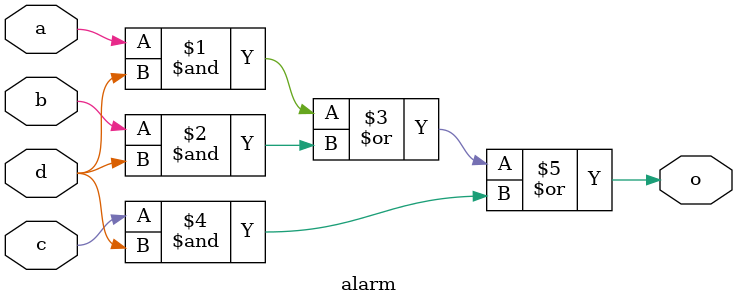
<source format=v>
module alarm(a, b, c, d, o);
input a, b, c, d;
output wire o;
assign o = (a&d) | (b&d) | (c&d);
endmodule

</source>
